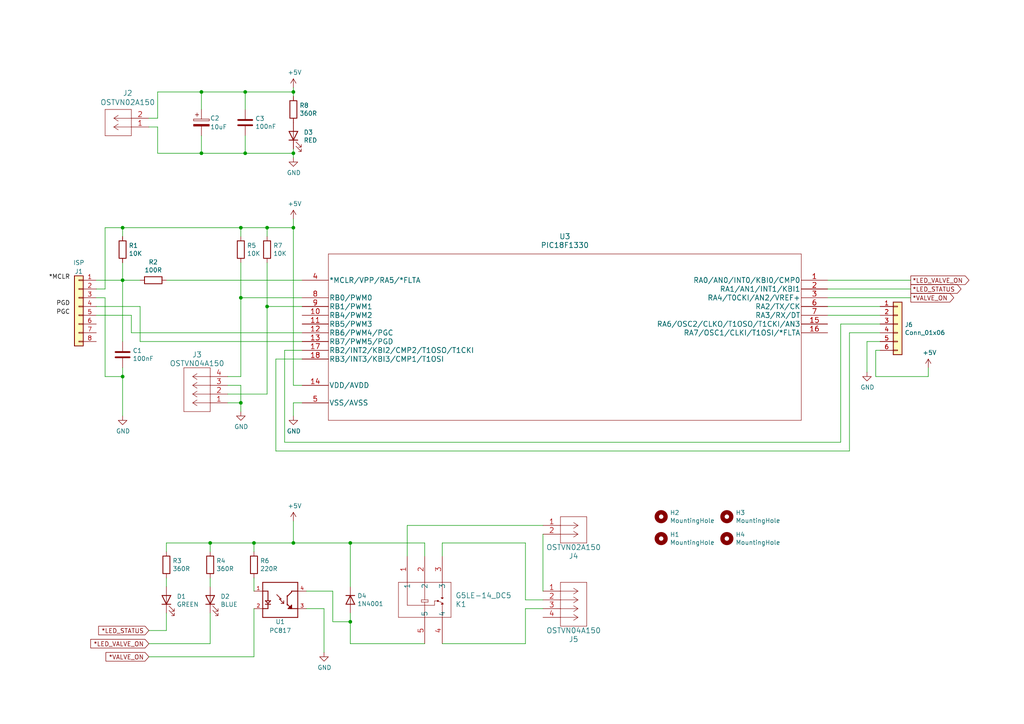
<source format=kicad_sch>
(kicad_sch (version 20211123) (generator eeschema)
  (paper "A4")
  (lib_symbols
    (symbol "Connector_Generic:Conn_01x06" (pin_names (offset 1.016) hide)
      (property "Reference" "J" (at 0 7.62 0))
      (property "Value" "Conn_01x06" (at 0 -10.16 0))
      (symbol "Conn_01x06_1_1"
        (rectangle (start -1.27 -7.493) (end 0 -7.747) (stroke (width 0.1524)))
        (rectangle (start -1.27 -4.953) (end 0 -5.207) (stroke (width 0.1524)))
        (rectangle (start -1.27 -2.413) (end 0 -2.667) (stroke (width 0.1524)))
        (rectangle (start -1.27 0.127) (end 0 -0.127) (stroke (width 0.1524)))
        (rectangle (start -1.27 2.667) (end 0 2.413) (stroke (width 0.1524)))
        (rectangle (start -1.27 5.207) (end 0 4.953) (stroke (width 0.1524)))
        (rectangle (start -1.27 6.35) (end 1.27 -8.89) (stroke (width 0.254)) (fill (type background)))
        (pin passive line (at -5.08 5.08 0) (length 3.81) (name "Pin_1") (number "1"))
        (pin passive line (at -5.08 2.54 0) (length 3.81) (name "Pin_2") (number "2"))
        (pin passive line (at -5.08 0 0) (length 3.81) (name "Pin_3") (number "3"))
        (pin passive line (at -5.08 -2.54 0) (length 3.81) (name "Pin_4") (number "4"))
        (pin passive line (at -5.08 -5.08 0) (length 3.81) (name "Pin_5") (number "5"))
        (pin passive line (at -5.08 -7.62 0) (length 3.81) (name "Pin_6") (number "6"))
      )
    )
    (symbol "Connector_Generic:Conn_01x08" (pin_names (offset 1.016) hide)
      (property "Reference" "J" (at 0 10.16 0))
      (property "Value" "Conn_01x08" (at 0 -12.7 0))
      (symbol "Conn_01x08_1_1"
        (rectangle (start -1.27 -10.033) (end 0 -10.287) (stroke (width 0.1524)))
        (rectangle (start -1.27 -7.493) (end 0 -7.747) (stroke (width 0.1524)))
        (rectangle (start -1.27 -4.953) (end 0 -5.207) (stroke (width 0.1524)))
        (rectangle (start -1.27 -2.413) (end 0 -2.667) (stroke (width 0.1524)))
        (rectangle (start -1.27 0.127) (end 0 -0.127) (stroke (width 0.1524)))
        (rectangle (start -1.27 2.667) (end 0 2.413) (stroke (width 0.1524)))
        (rectangle (start -1.27 5.207) (end 0 4.953) (stroke (width 0.1524)))
        (rectangle (start -1.27 7.747) (end 0 7.493) (stroke (width 0.1524)))
        (rectangle (start -1.27 8.89) (end 1.27 -11.43) (stroke (width 0.254)) (fill (type background)))
        (pin passive line (at -5.08 7.62 0) (length 3.81) (name "Pin_1") (number "1"))
        (pin passive line (at -5.08 5.08 0) (length 3.81) (name "Pin_2") (number "2"))
        (pin passive line (at -5.08 2.54 0) (length 3.81) (name "Pin_3") (number "3"))
        (pin passive line (at -5.08 0 0) (length 3.81) (name "Pin_4") (number "4"))
        (pin passive line (at -5.08 -2.54 0) (length 3.81) (name "Pin_5") (number "5"))
        (pin passive line (at -5.08 -5.08 0) (length 3.81) (name "Pin_6") (number "6"))
        (pin passive line (at -5.08 -7.62 0) (length 3.81) (name "Pin_7") (number "7"))
        (pin passive line (at -5.08 -10.16 0) (length 3.81) (name "Pin_8") (number "8"))
      )
    )
    (symbol "Device:C" (pin_numbers hide) (pin_names (offset 0.254))
      (property "Reference" "C" (at 0.635 2.54 0))
      (property "Value" "C" (at 0.635 -2.54 0))
      (symbol "C_0_1"
        (polyline (pts (xy -2.032 -0.762) (xy 2.032 -0.762)) (stroke (width 0.508)))
        (polyline (pts (xy -2.032 0.762) (xy 2.032 0.762)) (stroke (width 0.508)))
      )
      (symbol "C_1_1"
        (pin passive line (at 0 3.81 270) (length 2.794) (name "~") (number "1"))
        (pin passive line (at 0 -3.81 90) (length 2.794) (name "~") (number "2"))
      )
    )
    (symbol "Device:C_Polarized" (pin_numbers hide) (pin_names (offset 0.254))
      (property "Reference" "C" (at 0.635 2.54 0))
      (property "Value" "C_Polarized" (at 0.635 -2.54 0))
      (symbol "C_Polarized_0_1"
        (rectangle (start -2.286 0.508) (end 2.286 1.016))
        (polyline (pts (xy -1.778 2.286) (xy -0.762 2.286)))
        (polyline (pts (xy -1.27 2.794) (xy -1.27 1.778)))
        (rectangle (start 2.286 -0.508) (end -2.286 -1.016) (fill (type outline)))
      )
      (symbol "C_Polarized_1_1"
        (pin passive line (at 0 3.81 270) (length 2.794) (name "~") (number "1"))
        (pin passive line (at 0 -3.81 90) (length 2.794) (name "~") (number "2"))
      )
    )
    (symbol "Device:LED" (pin_numbers hide) (pin_names (offset 1.016) hide)
      (property "Reference" "D" (at 0 2.54 0))
      (property "Value" "LED" (at 0 -2.54 0))
      (symbol "LED_0_1"
        (polyline (pts (xy -1.27 -1.27) (xy -1.27 1.27)) (stroke (width 0.254)))
        (polyline (pts (xy -1.27 0) (xy 1.27 0)))
        (polyline (pts (xy 1.27 -1.27) (xy 1.27 1.27) (xy -1.27 0) (xy 1.27 -1.27)) (stroke (width 0.254)))
        (polyline (pts (xy -3.048 -0.762) (xy -4.572 -2.286) (xy -3.81 -2.286) (xy -4.572 -2.286) (xy -4.572 -1.524)))
        (polyline (pts (xy -1.778 -0.762) (xy -3.302 -2.286) (xy -2.54 -2.286) (xy -3.302 -2.286) (xy -3.302 -1.524)))
      )
      (symbol "LED_1_1"
        (pin passive line (at -3.81 0 0) (length 2.54) (name "K") (number "1"))
        (pin passive line (at 3.81 0 180) (length 2.54) (name "A") (number "2"))
      )
    )
    (symbol "Device:R" (pin_numbers hide) (pin_names (offset 0))
      (property "Reference" "R" (at 2.032 0 90))
      (property "Value" "R" (at 0 0 90))
      (symbol "R_0_1"
        (rectangle (start -1.016 -2.54) (end 1.016 2.54) (stroke (width 0.254)))
      )
      (symbol "R_1_1"
        (pin passive line (at 0 3.81 270) (length 1.27) (name "~") (number "1"))
        (pin passive line (at 0 -3.81 90) (length 1.27) (name "~") (number "2"))
      )
    )
    (symbol "Diode:1N4001" (pin_numbers hide) (pin_names (offset 1.016) hide)
      (property "Reference" "D" (at 0 2.54 0))
      (property "Value" "1N4001" (at 0 -2.54 0))
      (symbol "1N4001_0_1"
        (polyline (pts (xy -1.27 1.27) (xy -1.27 -1.27)) (stroke (width 0.254)))
        (polyline (pts (xy 1.27 0) (xy -1.27 0)))
        (polyline (pts (xy 1.27 1.27) (xy 1.27 -1.27) (xy -1.27 0) (xy 1.27 1.27)) (stroke (width 0.254)))
      )
      (symbol "1N4001_1_1"
        (pin passive line (at -3.81 0 0) (length 2.54) (name "K") (number "1"))
        (pin passive line (at 3.81 0 180) (length 2.54) (name "A") (number "2"))
      )
    )
    (symbol "Mechanical:MountingHole" (pin_names (offset 1.016))
      (property "Reference" "H" (at 0 5.08 0))
      (property "Value" "MountingHole" (at 0 3.175 0))
      (symbol "MountingHole_0_1"
        (circle (center 0 0) (radius 1.27) (stroke (width 1.27)))
      )
    )
    (symbol "My_Library:G5LE-14_DC5" (pin_names (offset 0.254))
      (property "Reference" "K" (at 12.7 7.62 0))
      (property "Value" "G5LE-14_DC5" (at 12.7 5.08 0))
      (symbol "G5LE-14_DC5_1_1"
        (polyline (pts (xy 7.62 -12.7) (xy 17.78 -12.7)) (stroke (width 0.127)))
        (polyline (pts (xy 7.62 -10.16) (xy 12.065 -10.16)) (stroke (width 0.127)))
        (polyline (pts (xy 7.62 -5.08) (xy 12.7 -5.08)) (stroke (width 0.127)))
        (polyline (pts (xy 7.62 0) (xy 14.2748 0)) (stroke (width 0.127)))
        (polyline (pts (xy 7.62 2.54) (xy 7.62 -12.7)) (stroke (width 0.127)))
        (polyline (pts (xy 12.065 -10.4648) (xy 12.3952 -10.16)) (stroke (width 0.127)))
        (polyline (pts (xy 12.065 -9.8552) (xy 12.065 -10.4648)) (stroke (width 0.127)))
        (polyline (pts (xy 12.3952 -10.16) (xy 12.065 -9.8552)) (stroke (width 0.127)))
        (polyline (pts (xy 12.7 -6.0452) (xy 13.335 -6.0452)) (stroke (width 0.127)))
        (polyline (pts (xy 12.7 -4.1148) (xy 12.7 -6.0452)) (stroke (width 0.127)))
        (polyline (pts (xy 12.7 -4.1148) (xy 13.335 -4.1148)) (stroke (width 0.127)))
        (polyline (pts (xy 13.0048 -8.89) (xy 13.0048 -7.9248)) (stroke (width 0.127)))
        (polyline (pts (xy 13.0048 -7.9248) (xy 14.2748 -7.9248)) (stroke (width 0.127)))
        (polyline (pts (xy 13.335 -5.08) (xy 17.78 -5.08)) (stroke (width 0.127)))
        (polyline (pts (xy 13.335 -4.1148) (xy 13.335 -6.0452)) (stroke (width 0.127)))
        (polyline (pts (xy 13.6652 -10.4648) (xy 13.0048 -8.89)) (stroke (width 0.127)))
        (polyline (pts (xy 13.6652 -10.16) (xy 13.97 -10.4648)) (stroke (width 0.127)))
        (polyline (pts (xy 13.6652 -10.16) (xy 13.97 -9.8552)) (stroke (width 0.127)))
        (polyline (pts (xy 13.6652 -10.16) (xy 17.78 -10.16)) (stroke (width 0.127)))
        (polyline (pts (xy 13.97 -9.8552) (xy 13.97 -10.4648)) (stroke (width 0.127)))
        (polyline (pts (xy 14.2748 0) (xy 14.2748 -7.9248)) (stroke (width 0.127)))
        (polyline (pts (xy 17.78 2.54) (xy 7.62 2.54)) (stroke (width 0.127)))
        (polyline (pts (xy 17.78 2.54) (xy 17.78 -12.7)) (stroke (width 0.127)))
        (polyline (pts (xy 12.065 -9.8552) (xy 12.3952 -10.16) (xy 12.065 -10.4648) (xy 12.065 -9.8552)) (fill (type outline)))
        (polyline (pts (xy 13.6652 -10.16) (xy 13.97 -9.8552) (xy 13.97 -10.4648) (xy 13.6652 -10.16)) (fill (type outline)))
        (circle (center 13.0048 -8.89) (radius 0.1524) (stroke (width 0.254)))
        (arc (start 13.1572 -8.89) (mid 12.8524 -8.89) (end 13.1572 -8.89) (stroke (width 0.254)))
        (pin unspecified line (at 0 0 0) (length 7.62) (name "1") (number "1"))
        (pin unspecified line (at 0 -5.08 0) (length 7.62) (name "2") (number "2"))
        (pin unspecified line (at 0 -10.16 0) (length 7.62) (name "3") (number "3"))
        (pin unspecified line (at 25.4 -10.16 180) (length 7.62) (name "4") (number "4"))
        (pin unspecified line (at 25.4 -5.08 180) (length 7.62) (name "5") (number "5"))
      )
    )
    (symbol "My_Library:OSTVN02A150" (pin_names (offset 0.254) hide)
      (property "Reference" "J" (at 8.89 6.35 0))
      (property "Value" "OSTVN02A150" (at 10.16 0 0))
      (symbol "OSTVN02A150_1_1"
        (polyline (pts (xy 5.08 -5.08) (xy 12.7 -5.08)) (stroke (width 0.127)))
        (polyline (pts (xy 5.08 2.54) (xy 5.08 -5.08)) (stroke (width 0.127)))
        (polyline (pts (xy 10.16 -2.54) (xy 5.08 -2.54)) (stroke (width 0.127)))
        (polyline (pts (xy 10.16 -2.54) (xy 8.89 -3.3782)) (stroke (width 0.127)))
        (polyline (pts (xy 10.16 -2.54) (xy 8.89 -1.7018)) (stroke (width 0.127)))
        (polyline (pts (xy 10.16 0) (xy 5.08 0)) (stroke (width 0.127)))
        (polyline (pts (xy 10.16 0) (xy 8.89 -0.8382)) (stroke (width 0.127)))
        (polyline (pts (xy 10.16 0) (xy 8.89 0.8382)) (stroke (width 0.127)))
        (polyline (pts (xy 12.7 -5.08) (xy 12.7 2.54)) (stroke (width 0.127)))
        (polyline (pts (xy 12.7 2.54) (xy 5.08 2.54)) (stroke (width 0.127)))
        (pin unspecified line (at 0 0 0) (length 5.08) (name "1") (number "1"))
        (pin unspecified line (at 0 -2.54 0) (length 5.08) (name "2") (number "2"))
      )
    )
    (symbol "My_Library:OSTVN04A150" (pin_names (offset 0.254) hide)
      (property "Reference" "J" (at 8.89 6.35 0))
      (property "Value" "OSTVN04A150" (at 10.16 -5.08 0))
      (symbol "OSTVN04A150_1_1"
        (polyline (pts (xy 5.08 -10.16) (xy 12.7 -10.16)) (stroke (width 0.127)))
        (polyline (pts (xy 5.08 2.54) (xy 5.08 -10.16)) (stroke (width 0.127)))
        (polyline (pts (xy 10.16 -7.62) (xy 5.08 -7.62)) (stroke (width 0.127)))
        (polyline (pts (xy 10.16 -7.62) (xy 8.89 -8.4582)) (stroke (width 0.127)))
        (polyline (pts (xy 10.16 -7.62) (xy 8.89 -6.7818)) (stroke (width 0.127)))
        (polyline (pts (xy 10.16 -5.08) (xy 5.08 -5.08)) (stroke (width 0.127)))
        (polyline (pts (xy 10.16 -5.08) (xy 8.89 -5.9182)) (stroke (width 0.127)))
        (polyline (pts (xy 10.16 -5.08) (xy 8.89 -4.2418)) (stroke (width 0.127)))
        (polyline (pts (xy 10.16 -2.54) (xy 5.08 -2.54)) (stroke (width 0.127)))
        (polyline (pts (xy 10.16 -2.54) (xy 8.89 -3.3782)) (stroke (width 0.127)))
        (polyline (pts (xy 10.16 -2.54) (xy 8.89 -1.7018)) (stroke (width 0.127)))
        (polyline (pts (xy 10.16 0) (xy 5.08 0)) (stroke (width 0.127)))
        (polyline (pts (xy 10.16 0) (xy 8.89 -0.8382)) (stroke (width 0.127)))
        (polyline (pts (xy 10.16 0) (xy 8.89 0.8382)) (stroke (width 0.127)))
        (polyline (pts (xy 12.7 -10.16) (xy 12.7 2.54)) (stroke (width 0.127)))
        (polyline (pts (xy 12.7 2.54) (xy 5.08 2.54)) (stroke (width 0.127)))
        (pin unspecified line (at 0 0 0) (length 5.08) (name "1") (number "1"))
        (pin unspecified line (at 0 -2.54 0) (length 5.08) (name "2") (number "2"))
        (pin unspecified line (at 0 -5.08 0) (length 5.08) (name "3") (number "3"))
        (pin unspecified line (at 0 -7.62 0) (length 5.08) (name "4") (number "4"))
      )
    )
    (symbol "My_Library:PIC18F1330-I{slash}P" (pin_names (offset 0.254))
      (property "Reference" "U" (at 76.2 12.7 0))
      (property "Value" "PIC18F1330-I{slash}P" (at 76.2 10.16 0))
      (symbol "PIC18F1330-I{slash}P_1_1"
        (polyline (pts (xy 7.62 -40.64) (xy 144.78 -40.64)) (stroke (width 0.127)))
        (polyline (pts (xy 7.62 7.62) (xy 7.62 -40.64)) (stroke (width 0.127)))
        (polyline (pts (xy 144.78 -40.64) (xy 144.78 7.62)) (stroke (width 0.127)))
        (polyline (pts (xy 144.78 7.62) (xy 7.62 7.62)) (stroke (width 0.127)))
        (pin unspecified line (at 152.4 0 180) (length 7.62) (name "RA0/AN0/INT0/KBI0/CMP0") (number "1"))
        (pin unspecified line (at 0 -10.16 0) (length 7.62) (name "RB4/PWM2") (number "10"))
        (pin unspecified line (at 0 -12.7 0) (length 7.62) (name "RB5/PWM3") (number "11"))
        (pin unspecified line (at 0 -15.24 0) (length 7.62) (name "RB6/PWM4/PGC") (number "12"))
        (pin unspecified line (at 0 -17.78 0) (length 7.62) (name "RB7/PWM5/PGD") (number "13"))
        (pin unspecified line (at 0 -30.48 0) (length 7.62) (name "VDD/AVDD") (number "14"))
        (pin unspecified line (at 152.4 -12.7 180) (length 7.62) (name "RA6/OSC2/CLKO/T1OSO/T1CKI/AN3") (number "15"))
        (pin unspecified line (at 152.4 -15.24 180) (length 7.62) (name "RA7/OSC1/CLKI/T1OSI/*FLTA") (number "16"))
        (pin unspecified line (at 0 -20.32 0) (length 7.62) (name "RB2/INT2/KBI2/CMP2/T1OSO/T1CKI") (number "17"))
        (pin unspecified line (at 0 -22.86 0) (length 7.62) (name "RB3/INT3/KBI3/CMP1/T1OSI") (number "18"))
        (pin unspecified line (at 152.4 -2.54 180) (length 7.62) (name "RA1/AN1/INT1/KBI1") (number "2"))
        (pin unspecified line (at 152.4 -5.08 180) (length 7.62) (name "RA4/T0CKI/AN2/VREF+") (number "3"))
        (pin unspecified line (at 0 0 0) (length 7.62) (name "*MCLR/VPP/RA5/*FLTA") (number "4"))
        (pin unspecified line (at 0 -35.56 0) (length 7.62) (name "VSS/AVSS") (number "5"))
        (pin unspecified line (at 152.4 -7.62 180) (length 7.62) (name "RA2/TX/CK") (number "6"))
        (pin unspecified line (at 152.4 -10.16 180) (length 7.62) (name "RA3/RX/DT") (number "7"))
        (pin unspecified line (at 0 -5.08 0) (length 7.62) (name "RB0/PWM0") (number "8"))
        (pin unspecified line (at 0 -7.62 0) (length 7.62) (name "RB1/PWM1") (number "9"))
      )
    )
    (symbol "My_Library:TPC817D_C9G" (pin_names (offset 1.016) hide)
      (property "Reference" "U" (at -5.08 6.35 0))
      (property "Value" "TPC817D_C9G" (at -5.08 -7.62 0))
      (symbol "TPC817D_C9G_0_0"
        (polyline (pts (xy -5.08 -5.08) (xy -5.08 2.54)) (stroke (width 0.254)))
        (polyline (pts (xy -5.08 2.54) (xy -5.08 5.08)) (stroke (width 0.254)))
        (polyline (pts (xy -5.08 2.54) (xy -3.556 2.54)) (stroke (width 0.254)))
        (polyline (pts (xy -5.08 5.08) (xy 5.08 5.08)) (stroke (width 0.254)))
        (polyline (pts (xy -4.318 -1.27) (xy -2.794 -1.27)) (stroke (width 0.254)))
        (polyline (pts (xy -4.318 -0.254) (xy -3.556 -1.016)) (stroke (width 0.254)))
        (polyline (pts (xy -3.556 -2.54) (xy -5.08 -2.54)) (stroke (width 0.254)))
        (polyline (pts (xy -3.556 -1.27) (xy -3.556 -2.54)) (stroke (width 0.254)))
        (polyline (pts (xy -3.556 -1.016) (xy -2.794 -0.254)) (stroke (width 0.254)))
        (polyline (pts (xy -3.556 -0.254) (xy -4.318 -0.254)) (stroke (width 0.254)))
        (polyline (pts (xy -3.556 -0.254) (xy -2.794 -0.254)) (stroke (width 0.254)))
        (polyline (pts (xy -3.556 2.54) (xy -3.556 -0.254)) (stroke (width 0.254)))
        (polyline (pts (xy -1.016 1.524) (xy 0.254 0.254)) (stroke (width 0.2032)))
        (polyline (pts (xy -0.254 0.254) (xy 1.016 -1.016)) (stroke (width 0.2032)))
        (polyline (pts (xy 0.254 0.254) (xy -0.254 0.254)) (stroke (width 0.2032)))
        (polyline (pts (xy 1.016 -1.016) (xy 0.254 -1.016)) (stroke (width 0.2032)))
        (polyline (pts (xy 1.016 -1.016) (xy 1.016 -0.254)) (stroke (width 0.2032)))
        (polyline (pts (xy 2.032 -1.27) (xy 2.032 -1.524)) (stroke (width 0.254)))
        (polyline (pts (xy 2.032 -1.27) (xy 3.302 -2.54)) (stroke (width 0.254)))
        (polyline (pts (xy 2.032 1.016) (xy 2.032 -1.27)) (stroke (width 0.254)))
        (polyline (pts (xy 2.032 1.016) (xy 2.032 1.27)) (stroke (width 0.254)))
        (polyline (pts (xy 2.286 -2.54) (xy 3.048 -2.54)) (stroke (width 0.254)))
        (polyline (pts (xy 2.54 -2.286) (xy 2.286 -2.54)) (stroke (width 0.254)))
        (polyline (pts (xy 2.54 -2.286) (xy 2.794 -2.286)) (stroke (width 0.254)))
        (polyline (pts (xy 2.794 -2.286) (xy 3.048 -2.54)) (stroke (width 0.254)))
        (polyline (pts (xy 3.048 -2.54) (xy 3.048 -2.032)) (stroke (width 0.254)))
        (polyline (pts (xy 3.048 -2.54) (xy 3.302 -2.54)) (stroke (width 0.254)))
        (polyline (pts (xy 3.048 -2.032) (xy 2.794 -2.286)) (stroke (width 0.254)))
        (polyline (pts (xy 3.048 -2.032) (xy 3.302 -1.778)) (stroke (width 0.254)))
        (polyline (pts (xy 3.302 -2.54) (xy 3.302 -2.286)) (stroke (width 0.254)))
        (polyline (pts (xy 3.302 -2.54) (xy 5.08 -2.54)) (stroke (width 0.254)))
        (polyline (pts (xy 3.302 -2.286) (xy 3.048 -2.032)) (stroke (width 0.254)))
        (polyline (pts (xy 3.302 -2.286) (xy 3.302 -1.778)) (stroke (width 0.254)))
        (polyline (pts (xy 3.302 -1.778) (xy 3.302 -1.524)) (stroke (width 0.254)))
        (polyline (pts (xy 3.302 -1.524) (xy 2.54 -2.286)) (stroke (width 0.254)))
        (polyline (pts (xy 3.302 2.286) (xy 2.032 1.016)) (stroke (width 0.254)))
        (polyline (pts (xy 3.302 2.54) (xy 3.302 2.286)) (stroke (width 0.254)))
        (polyline (pts (xy 5.08 -5.08) (xy -5.08 -5.08)) (stroke (width 0.254)))
        (polyline (pts (xy 5.08 2.54) (xy 3.302 2.54)) (stroke (width 0.254)))
        (polyline (pts (xy 5.08 2.54) (xy 5.08 -5.08)) (stroke (width 0.254)))
        (polyline (pts (xy 5.08 5.08) (xy 5.08 2.54)) (stroke (width 0.254)))
        (pin passive line (at -7.62 2.54 0) (length 2.54) (name "~") (number "1"))
        (pin passive line (at -7.62 -2.54 0) (length 2.54) (name "~") (number "2"))
        (pin passive line (at 7.62 -2.54 180) (length 2.54) (name "~") (number "3"))
        (pin passive line (at 7.62 2.54 180) (length 2.54) (name "~") (number "4"))
      )
    )
    (symbol "power:+5V" (power) (pin_names (offset 0))
      (property "Value" "+5V" (at 0 3.556 0))
      (symbol "+5V_0_1"
        (polyline (pts (xy -0.762 1.27) (xy 0 2.54)))
        (polyline (pts (xy 0 0) (xy 0 2.54)))
        (polyline (pts (xy 0 2.54) (xy 0.762 1.27)))
      )
      (symbol "+5V_1_1"
        (pin power_in line (at 0 0 90) (length 0) hide (name "+5V") (number "1"))
      )
    )
    (symbol "power:GND" (power) (pin_names (offset 0))
      (property "Value" "GND" (at 0 -3.81 0))
      (symbol "GND_0_1"
        (polyline (pts (xy 0 0) (xy 0 -1.27) (xy 1.27 -1.27) (xy 0 -2.54) (xy -1.27 -1.27) (xy 0 -1.27)))
      )
      (symbol "GND_1_1"
        (pin power_in line (at 0 0 270) (length 0) hide (name "GND") (number "1"))
      )
    )
  )
  (junction (at 58.42 44.45))
  (junction (at 35.56 109.22))
  (junction (at 101.6 180.34))
  (junction (at 77.47 88.9))
  (junction (at 73.66 157.48))
  (junction (at 85.09 44.45))
  (junction (at 35.56 66.04))
  (junction (at 101.6 157.48))
  (junction (at 85.09 26.67))
  (junction (at 35.56 81.28))
  (junction (at 69.85 86.36))
  (junction (at 85.09 66.04))
  (junction (at 85.09 157.48))
  (junction (at 58.42 26.67))
  (junction (at 71.12 44.45))
  (junction (at 69.85 66.04))
  (junction (at 69.85 116.84))
  (junction (at 71.12 26.67))
  (junction (at 60.96 157.48))
  (junction (at 77.47 66.04))
  (wire (pts (xy 43.18 36.83) (xy 45.72 36.83)))
  (wire (pts (xy 87.63 111.76) (xy 85.09 111.76)))
  (wire (pts (xy 48.26 182.88) (xy 43.18 182.88)))
  (wire (pts (xy 60.96 167.64) (xy 60.96 170.18)))
  (wire (pts (xy 73.66 160.02) (xy 73.66 157.48)))
  (wire (pts (xy 85.09 25.4) (xy 85.09 26.67)))
  (wire (pts (xy 58.42 26.67) (xy 71.12 26.67)))
  (wire (pts (xy 35.56 66.04) (xy 69.85 66.04)))
  (wire (pts (xy 152.4 186.69) (xy 152.4 176.53)))
  (wire (pts (xy 69.85 76.2) (xy 69.85 86.36)))
  (wire (pts (xy 87.63 116.84) (xy 85.09 116.84)))
  (wire (pts (xy 240.03 83.82) (xy 264.16 83.82)))
  (wire (pts (xy 35.56 109.22) (xy 35.56 120.65)))
  (wire (pts (xy 85.09 111.76) (xy 85.09 66.04)))
  (wire (pts (xy 30.48 66.04) (xy 35.56 66.04)))
  (wire (pts (xy 101.6 186.69) (xy 101.6 180.34)))
  (wire (pts (xy 69.85 66.04) (xy 69.85 68.58)))
  (wire (pts (xy 60.96 186.69) (xy 43.18 186.69)))
  (wire (pts (xy 246.38 96.52) (xy 255.27 96.52)))
  (wire (pts (xy 48.26 177.8) (xy 48.26 182.88)))
  (wire (pts (xy 77.47 88.9) (xy 77.47 114.3)))
  (wire (pts (xy 87.63 101.6) (xy 82.55 101.6)))
  (wire (pts (xy 27.94 83.82) (xy 30.48 83.82)))
  (wire (pts (xy 58.42 26.67) (xy 58.42 31.75)))
  (wire (pts (xy 48.26 81.28) (xy 87.63 81.28)))
  (wire (pts (xy 101.6 180.34) (xy 101.6 177.8)))
  (wire (pts (xy 88.9 176.53) (xy 93.98 176.53)))
  (wire (pts (xy 35.56 99.06) (xy 35.56 81.28)))
  (wire (pts (xy 58.42 39.37) (xy 58.42 44.45)))
  (wire (pts (xy 88.9 171.45) (xy 96.52 171.45)))
  (wire (pts (xy 254 101.6) (xy 255.27 101.6)))
  (wire (pts (xy 60.96 157.48) (xy 60.96 160.02)))
  (wire (pts (xy 101.6 157.48) (xy 123.19 157.48)))
  (wire (pts (xy 118.11 152.4) (xy 157.48 152.4)))
  (wire (pts (xy 85.09 44.45) (xy 85.09 45.72)))
  (wire (pts (xy 123.19 161.29) (xy 123.19 157.48)))
  (wire (pts (xy 35.56 109.22) (xy 30.48 109.22)))
  (wire (pts (xy 58.42 44.45) (xy 45.72 44.45)))
  (wire (pts (xy 40.64 81.28) (xy 35.56 81.28)))
  (wire (pts (xy 87.63 104.14) (xy 80.01 104.14)))
  (wire (pts (xy 71.12 39.37) (xy 71.12 44.45)))
  (wire (pts (xy 60.96 177.8) (xy 60.96 186.69)))
  (wire (pts (xy 85.09 157.48) (xy 73.66 157.48)))
  (wire (pts (xy 27.94 86.36) (xy 30.48 86.36)))
  (wire (pts (xy 69.85 111.76) (xy 69.85 116.84)))
  (wire (pts (xy 128.27 186.69) (xy 152.4 186.69)))
  (wire (pts (xy 85.09 157.48) (xy 101.6 157.48)))
  (wire (pts (xy 85.09 116.84) (xy 85.09 120.65)))
  (wire (pts (xy 45.72 34.29) (xy 43.18 34.29)))
  (wire (pts (xy 38.1 91.44) (xy 27.94 91.44)))
  (wire (pts (xy 30.48 66.04) (xy 30.48 83.82)))
  (wire (pts (xy 71.12 44.45) (xy 85.09 44.45)))
  (wire (pts (xy 73.66 176.53) (xy 73.66 190.5)))
  (wire (pts (xy 58.42 26.67) (xy 45.72 26.67)))
  (wire (pts (xy 87.63 99.06) (xy 40.64 99.06)))
  (wire (pts (xy 87.63 96.52) (xy 38.1 96.52)))
  (wire (pts (xy 73.66 190.5) (xy 43.18 190.5)))
  (wire (pts (xy 45.72 44.45) (xy 45.72 36.83)))
  (wire (pts (xy 77.47 66.04) (xy 69.85 66.04)))
  (wire (pts (xy 45.72 26.67) (xy 45.72 34.29)))
  (wire (pts (xy 38.1 96.52) (xy 38.1 91.44)))
  (wire (pts (xy 243.84 128.27) (xy 243.84 93.98)))
  (wire (pts (xy 82.55 101.6) (xy 82.55 128.27)))
  (wire (pts (xy 152.4 157.48) (xy 152.4 173.99)))
  (wire (pts (xy 82.55 128.27) (xy 243.84 128.27)))
  (wire (pts (xy 269.24 109.22) (xy 254 109.22)))
  (wire (pts (xy 30.48 109.22) (xy 30.48 86.36)))
  (wire (pts (xy 66.04 116.84) (xy 69.85 116.84)))
  (wire (pts (xy 96.52 171.45) (xy 96.52 180.34)))
  (wire (pts (xy 73.66 167.64) (xy 73.66 171.45)))
  (wire (pts (xy 254 109.22) (xy 254 101.6)))
  (wire (pts (xy 71.12 26.67) (xy 85.09 26.67)))
  (wire (pts (xy 85.09 26.67) (xy 85.09 27.94)))
  (wire (pts (xy 60.96 157.48) (xy 48.26 157.48)))
  (wire (pts (xy 128.27 161.29) (xy 128.27 157.48)))
  (wire (pts (xy 87.63 86.36) (xy 69.85 86.36)))
  (wire (pts (xy 73.66 157.48) (xy 60.96 157.48)))
  (wire (pts (xy 240.03 91.44) (xy 255.27 91.44)))
  (wire (pts (xy 35.56 76.2) (xy 35.56 81.28)))
  (wire (pts (xy 240.03 86.36) (xy 264.16 86.36)))
  (wire (pts (xy 93.98 176.53) (xy 93.98 189.23)))
  (wire (pts (xy 269.24 106.68) (xy 269.24 109.22)))
  (wire (pts (xy 128.27 157.48) (xy 152.4 157.48)))
  (wire (pts (xy 77.47 66.04) (xy 85.09 66.04)))
  (wire (pts (xy 27.94 81.28) (xy 35.56 81.28)))
  (wire (pts (xy 255.27 99.06) (xy 251.46 99.06)))
  (wire (pts (xy 40.64 99.06) (xy 40.64 88.9)))
  (wire (pts (xy 96.52 180.34) (xy 101.6 180.34)))
  (wire (pts (xy 157.48 154.94) (xy 157.48 171.45)))
  (wire (pts (xy 35.56 68.58) (xy 35.56 66.04)))
  (wire (pts (xy 246.38 96.52) (xy 246.38 130.81)))
  (wire (pts (xy 48.26 167.64) (xy 48.26 170.18)))
  (wire (pts (xy 123.19 186.69) (xy 101.6 186.69)))
  (wire (pts (xy 152.4 176.53) (xy 157.48 176.53)))
  (wire (pts (xy 251.46 99.06) (xy 251.46 107.95)))
  (wire (pts (xy 85.09 151.13) (xy 85.09 157.48)))
  (wire (pts (xy 40.64 88.9) (xy 27.94 88.9)))
  (wire (pts (xy 71.12 26.67) (xy 71.12 31.75)))
  (wire (pts (xy 152.4 173.99) (xy 157.48 173.99)))
  (wire (pts (xy 69.85 109.22) (xy 66.04 109.22)))
  (wire (pts (xy 58.42 44.45) (xy 71.12 44.45)))
  (wire (pts (xy 77.47 76.2) (xy 77.47 88.9)))
  (wire (pts (xy 240.03 88.9) (xy 255.27 88.9)))
  (wire (pts (xy 118.11 161.29) (xy 118.11 152.4)))
  (wire (pts (xy 35.56 106.68) (xy 35.56 109.22)))
  (wire (pts (xy 243.84 93.98) (xy 255.27 93.98)))
  (wire (pts (xy 80.01 130.81) (xy 246.38 130.81)))
  (wire (pts (xy 85.09 43.18) (xy 85.09 44.45)))
  (wire (pts (xy 101.6 157.48) (xy 101.6 170.18)))
  (wire (pts (xy 80.01 104.14) (xy 80.01 130.81)))
  (wire (pts (xy 48.26 157.48) (xy 48.26 160.02)))
  (wire (pts (xy 69.85 86.36) (xy 69.85 109.22)))
  (wire (pts (xy 77.47 114.3) (xy 66.04 114.3)))
  (wire (pts (xy 66.04 111.76) (xy 69.85 111.76)))
  (wire (pts (xy 77.47 68.58) (xy 77.47 66.04)))
  (wire (pts (xy 85.09 66.04) (xy 85.09 63.5)))
  (wire (pts (xy 69.85 116.84) (xy 69.85 119.38)))
  (wire (pts (xy 240.03 81.28) (xy 264.16 81.28)))
  (wire (pts (xy 87.63 88.9) (xy 77.47 88.9)))
  (label "PGD" (at 20.32 88.9 180))
  (label "PGC" (at 20.32 91.44 180))
  (label "*MCLR" (at 20.32 81.28 180))
  (global_label "*LED_STATUS" (shape input) (at 43.18 182.88 180) (property "Intersheet References" "${INTERSHEET_REFS}" (effects hide)))
  (global_label "*LED_VALVE_ON" (shape input) (at 43.18 186.69 180) (property "Intersheet References" "${INTERSHEET_REFS}" (effects hide)))
  (global_label "*VALVE_ON" (shape input) (at 43.18 190.5 180) (property "Intersheet References" "${INTERSHEET_REFS}" (effects hide)))
  (global_label "*LED_VALVE_ON" (shape output) (at 264.16 81.28 0) (property "Intersheet References" "${INTERSHEET_REFS}" (effects hide)))
  (global_label "*VALVE_ON" (shape output) (at 264.16 86.36 0) (property "Intersheet References" "${INTERSHEET_REFS}" (effects hide)))
  (global_label "*LED_STATUS" (shape output) (at 264.16 83.82 0) (property "Intersheet References" "${INTERSHEET_REFS}" (effects hide)))
  (symbol (lib_id "power:GND") (at 35.56 120.65 0) (unit 1)
    (property "Reference" "#PWR01" (effects hide))
    (property "Value" "GND" (at 35.687 125.0442 0))
  )
  (symbol (lib_id "Device:R") (at 35.56 72.39 0) (unit 1)
    (property "Reference" "R1" (at 37.338 71.2216 0) (effects (justify left)))
    (property "Value" "10K" (at 37.338 73.533 0) (effects (justify left)))
    (property "Footprint" "Resistor_THT:R_Axial_DIN0207_L6.3mm_D2.5mm_P10.16mm_Horizontal" (effects hide))
  )
  (symbol (lib_id "Device:R") (at 44.45 81.28 270) (unit 1)
    (property "Reference" "R2" (at 44.45 76.0222 90))
    (property "Value" "100R" (at 44.45 78.3336 90))
    (property "Footprint" "Resistor_THT:R_Axial_DIN0207_L6.3mm_D2.5mm_P10.16mm_Horizontal" (effects hide))
  )
  (symbol (lib_id "Device:C") (at 71.12 35.56 0) (unit 1)
    (property "Reference" "C3" (at 74.041 34.3916 0) (effects (justify left)))
    (property "Value" "100nF" (at 74.041 36.703 0) (effects (justify left)))
    (property "Footprint" "Capacitor_THT:C_Disc_D4.3mm_W1.9mm_P5.00mm" (effects hide))
  )
  (symbol (lib_id "My_Library:TPC817D_C9G") (at 81.28 173.99 0) (unit 1)
    (property "Reference" "U1" (at 81.28 180.34 0))
    (property "Value" "PC817" (at 81.28 182.88 0))
    (property "Footprint" "My_Library:DIP810W50P254L470H446Q4" (effects hide))
    (property "MAXIMUM_PACKAGE_HEIGHT" "4.46 mm" (effects hide))
    (property "AVAILABILITY" "Unavailable" (effects hide))
    (property "MANUFACTURER" "Taiwan Semiconductor" (effects hide))
    (property "STANDARD" "Manufacturer Recommendations" (effects hide))
  )
  (symbol (lib_id "My_Library:OSTVN04A150") (at 157.48 171.45 0) (unit 1)
    (property "Reference" "J5" (at 166.37 185.42 0) (effects (font (size 1.524 1.524))))
    (property "Value" "OSTVN04A150" (at 166.37 182.88 0) (effects (font (size 1.524 1.524))))
    (property "Footprint" "My_Library:CONN_OSTVN04A150_OST" (effects hide))
  )
  (symbol (lib_id "Device:R") (at 73.66 163.83 0) (unit 1)
    (property "Reference" "R6" (at 75.438 162.6616 0) (effects (justify left)))
    (property "Value" "220R" (at 75.438 164.973 0) (effects (justify left)))
    (property "Footprint" "Resistor_THT:R_Axial_DIN0207_L6.3mm_D2.5mm_P10.16mm_Horizontal" (effects hide))
  )
  (symbol (lib_id "Connector_Generic:Conn_01x08") (at 22.86 88.9 0) (mirror y) (unit 1)
    (property "Reference" "J1" (at 22.86 78.74 0))
    (property "Value" "ISP" (at 22.86 76.2 0))
    (property "Footprint" "Connector_PinHeader_2.54mm:PinHeader_1x08_P2.54mm_Vertical" (effects hide))
  )
  (symbol (lib_id "My_Library:OSTVN04A150") (at 66.04 116.84 180) (unit 1)
    (property "Reference" "J3" (at 57.15 102.87 0) (effects (font (size 1.524 1.524))))
    (property "Value" "OSTVN04A150" (at 57.15 105.41 0) (effects (font (size 1.524 1.524))))
    (property "Footprint" "My_Library:CONN_OSTVN04A150_OST" (effects hide))
  )
  (symbol (lib_id "power:+5V") (at 85.09 25.4 0) (unit 1)
    (property "Reference" "#PWR03" (effects hide))
    (property "Value" "+5V" (at 85.471 21.0058 0))
  )
  (symbol (lib_id "My_Library:OSTVN02A150") (at 43.18 36.83 180) (unit 1)
    (property "Reference" "J2" (at 37.0332 27.0002 0) (effects (font (size 1.524 1.524))))
    (property "Value" "OSTVN02A150" (at 37.0332 29.6926 0) (effects (font (size 1.524 1.524))))
    (property "Footprint" "My_Library:CONN_OSTVN02A150_OST" (effects hide))
  )
  (symbol (lib_id "Device:LED") (at 48.26 173.99 90) (unit 1)
    (property "Reference" "D1" (at 51.2572 172.9994 90) (effects (justify right)))
    (property "Value" "GREEN" (at 51.2572 175.3108 90) (effects (justify right)))
    (property "Footprint" "LED_THT:LED_D5.0mm" (effects hide))
  )
  (symbol (lib_id "Device:R") (at 48.26 163.83 0) (unit 1)
    (property "Reference" "R3" (at 50.038 162.6616 0) (effects (justify left)))
    (property "Value" "360R" (at 50.038 164.973 0) (effects (justify left)))
    (property "Footprint" "Resistor_THT:R_Axial_DIN0207_L6.3mm_D2.5mm_P10.16mm_Horizontal" (effects hide))
  )
  (symbol (lib_id "Device:LED") (at 60.96 173.99 90) (unit 1)
    (property "Reference" "D2" (at 63.9572 172.9994 90) (effects (justify right)))
    (property "Value" "BLUE" (at 63.9572 175.3108 90) (effects (justify right)))
    (property "Footprint" "LED_THT:LED_D5.0mm" (effects hide))
  )
  (symbol (lib_id "Device:R") (at 60.96 163.83 0) (unit 1)
    (property "Reference" "R4" (at 62.738 162.6616 0) (effects (justify left)))
    (property "Value" "360R" (at 62.738 164.973 0) (effects (justify left)))
    (property "Footprint" "Resistor_THT:R_Axial_DIN0207_L6.3mm_D2.5mm_P10.16mm_Horizontal" (effects hide))
  )
  (symbol (lib_id "Device:LED") (at 85.09 39.37 90) (unit 1)
    (property "Reference" "D3" (at 88.0872 38.3794 90) (effects (justify right)))
    (property "Value" "RED" (at 88.0872 40.6908 90) (effects (justify right)))
    (property "Footprint" "LED_THT:LED_D5.0mm" (effects hide))
  )
  (symbol (lib_id "Device:R") (at 85.09 31.75 0) (unit 1)
    (property "Reference" "R8" (at 86.868 30.5816 0) (effects (justify left)))
    (property "Value" "360R" (at 86.868 32.893 0) (effects (justify left)))
    (property "Footprint" "Resistor_THT:R_Axial_DIN0207_L6.3mm_D2.5mm_P10.16mm_Horizontal" (effects hide))
  )
  (symbol (lib_id "power:GND") (at 85.09 45.72 0) (unit 1)
    (property "Reference" "#PWR04" (effects hide))
    (property "Value" "GND" (at 85.217 50.1142 0))
  )
  (symbol (lib_id "power:GND") (at 69.85 119.38 0) (unit 1)
    (property "Reference" "#PWR02" (effects hide))
    (property "Value" "GND" (at 69.977 123.7742 0))
  )
  (symbol (lib_id "power:GND") (at 85.09 120.65 0) (unit 1)
    (property "Reference" "#PWR06" (effects hide))
    (property "Value" "GND" (at 85.217 125.0442 0))
  )
  (symbol (lib_id "Device:R") (at 69.85 72.39 0) (unit 1)
    (property "Reference" "R5" (at 71.628 71.2216 0) (effects (justify left)))
    (property "Value" "10K" (at 71.628 73.533 0) (effects (justify left)))
    (property "Footprint" "Resistor_THT:R_Axial_DIN0207_L6.3mm_D2.5mm_P10.16mm_Horizontal" (effects hide))
  )
  (symbol (lib_id "Diode:1N4001") (at 101.6 173.99 270) (unit 1)
    (property "Reference" "D4" (at 103.632 172.8216 90) (effects (justify left)))
    (property "Value" "1N4001" (at 103.632 175.133 90) (effects (justify left)))
    (property "Footprint" "Diode_THT:D_DO-41_SOD81_P10.16mm_Horizontal" (effects hide))
    (property "Datasheet" "http://www.vishay.com/docs/88503/1n4001.pdf" (effects hide))
  )
  (symbol (lib_id "power:+5V") (at 85.09 63.5 0) (unit 1)
    (property "Reference" "#PWR05" (effects hide))
    (property "Value" "+5V" (at 85.471 59.1058 0))
  )
  (symbol (lib_id "Device:R") (at 77.47 72.39 0) (unit 1)
    (property "Reference" "R7" (at 79.248 71.2216 0) (effects (justify left)))
    (property "Value" "10K" (at 79.248 73.533 0) (effects (justify left)))
    (property "Footprint" "Resistor_THT:R_Axial_DIN0207_L6.3mm_D2.5mm_P10.16mm_Horizontal" (effects hide))
  )
  (symbol (lib_id "power:+5V") (at 85.09 151.13 0) (unit 1)
    (property "Reference" "#PWR07" (effects hide))
    (property "Value" "+5V" (at 85.471 146.7358 0))
  )
  (symbol (lib_id "My_Library:G5LE-14_DC5") (at 118.11 161.29 90) (mirror x) (unit 1)
    (property "Reference" "K1" (at 132.08 175.26 90) (effects (font (size 1.524 1.524)) (justify right)))
    (property "Value" "G5LE-14_DC5" (at 132.08 172.72 90) (effects (font (size 1.524 1.524)) (justify right)))
    (property "Footprint" "My_Library:RELAY_G5LE-1_DC5_OMR" (effects hide))
  )
  (symbol (lib_id "power:GND") (at 93.98 189.23 0) (unit 1)
    (property "Reference" "#PWR08" (effects hide))
    (property "Value" "GND" (at 94.107 193.6242 0))
  )
  (symbol (lib_id "Device:C") (at 35.56 102.87 0) (unit 1)
    (property "Reference" "C1" (at 38.481 101.7016 0) (effects (justify left)))
    (property "Value" "100nF" (at 38.481 104.013 0) (effects (justify left)))
    (property "Footprint" "Capacitor_THT:C_Disc_D4.3mm_W1.9mm_P5.00mm" (effects hide))
  )
  (symbol (lib_id "My_Library:OSTVN02A150") (at 157.48 152.4 0) (unit 1)
    (property "Reference" "J4" (at 166.37 161.29 0) (effects (font (size 1.524 1.524))))
    (property "Value" "OSTVN02A150" (at 166.37 158.75 0) (effects (font (size 1.524 1.524))))
    (property "Footprint" "My_Library:CONN_OSTVN02A150_OST" (effects hide))
  )
  (symbol (lib_id "Mechanical:MountingHole") (at 191.77 149.86 0) (unit 1)
    (property "Reference" "H2" (at 194.31 148.6916 0) (effects (justify left)))
    (property "Value" "MountingHole" (at 194.31 151.003 0) (effects (justify left)))
    (property "Footprint" "MountingHole:MountingHole_2.5mm" (effects hide))
  )
  (symbol (lib_id "Mechanical:MountingHole") (at 210.82 149.86 0) (unit 1)
    (property "Reference" "H3" (at 213.36 148.6916 0) (effects (justify left)))
    (property "Value" "MountingHole" (at 213.36 151.003 0) (effects (justify left)))
    (property "Footprint" "MountingHole:MountingHole_2.5mm" (effects hide))
  )
  (symbol (lib_id "Mechanical:MountingHole") (at 210.82 156.21 0) (unit 1)
    (property "Reference" "H4" (at 213.36 155.0416 0) (effects (justify left)))
    (property "Value" "MountingHole" (at 213.36 157.353 0) (effects (justify left)))
    (property "Footprint" "MountingHole:MountingHole_2.5mm" (effects hide))
  )
  (symbol (lib_id "Mechanical:MountingHole") (at 191.77 156.21 0) (unit 1)
    (property "Reference" "H1" (at 194.31 155.0416 0) (effects (justify left)))
    (property "Value" "MountingHole" (at 194.31 157.353 0) (effects (justify left)))
    (property "Footprint" "MountingHole:MountingHole_2.5mm" (effects hide))
  )
  (symbol (lib_id "Connector_Generic:Conn_01x06") (at 260.35 93.98 0) (unit 1)
    (property "Reference" "J6" (at 262.382 94.1832 0) (effects (justify left)))
    (property "Value" "Conn_01x06" (at 262.382 96.4946 0) (effects (justify left)))
    (property "Footprint" "Connector_PinHeader_2.54mm:PinHeader_1x06_P2.54mm_Vertical" (effects hide))
  )
  (symbol (lib_id "power:+5V") (at 269.24 106.68 0) (unit 1)
    (property "Reference" "#PWR0101" (effects hide))
    (property "Value" "+5V" (at 269.621 102.2858 0))
  )
  (symbol (lib_id "power:GND") (at 251.46 107.95 0) (unit 1)
    (property "Reference" "#PWR0102" (effects hide))
    (property "Value" "GND" (at 251.587 112.3442 0))
  )
  (symbol (lib_id "Device:C_Polarized") (at 58.42 35.56 0) (unit 1)
    (property "Reference" "C2" (at 60.96 34.29 0) (effects (justify left)))
    (property "Value" "10uF" (at 60.96 36.83 0) (effects (justify left)))
    (property "Footprint" "Capacitor_THT:CP_Radial_D4.0mm_P2.00mm" (effects hide))
  )
  (symbol (lib_id "My_Library:PIC18F1330-I{slash}P") (at 87.63 81.28 0) (unit 1)
    (property "Reference" "U3" (at 163.83 68.58 0) (effects (font (size 1.524 1.524))))
    (property "Value" "PIC18F1330" (at 163.83 71.12 0) (effects (font (size 1.524 1.524))))
    (property "Footprint" "My_Library:PDIP18_300MC_MCH" (effects hide))
  )
)
</source>
